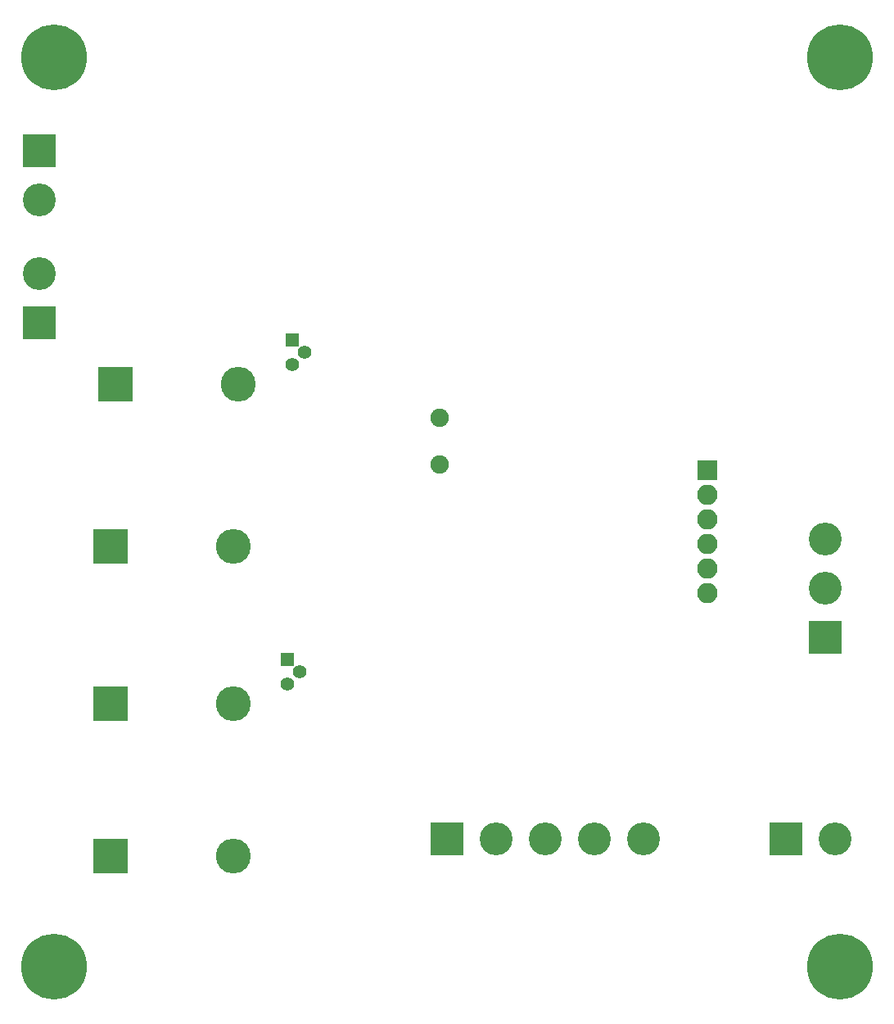
<source format=gbr>
G04 #@! TF.FileFunction,Soldermask,Bot*
%FSLAX46Y46*%
G04 Gerber Fmt 4.6, Leading zero omitted, Abs format (unit mm)*
G04 Created by KiCad (PCBNEW 4.0.6) date 07/04/17 16:47:20*
%MOMM*%
%LPD*%
G01*
G04 APERTURE LIST*
%ADD10C,0.100000*%
%ADD11C,3.400000*%
%ADD12R,3.400000X3.400000*%
%ADD13R,3.600000X3.600000*%
%ADD14O,3.600000X3.600000*%
%ADD15R,2.100000X2.100000*%
%ADD16O,2.100000X2.100000*%
%ADD17C,1.400000*%
%ADD18R,1.400000X1.400000*%
%ADD19C,1.900000*%
%ADD20C,6.800000*%
G04 APERTURE END LIST*
D10*
D11*
X86360000Y-101092000D03*
X91440000Y-101092000D03*
D12*
X81280000Y-101092000D03*
D11*
X96520000Y-101092000D03*
X101600000Y-101092000D03*
D13*
X46482000Y-102870000D03*
D14*
X59182000Y-102870000D03*
D13*
X46482000Y-87122000D03*
D14*
X59182000Y-87122000D03*
D13*
X46482000Y-70866000D03*
D14*
X59182000Y-70866000D03*
D13*
X46990000Y-54102000D03*
D14*
X59690000Y-54102000D03*
D12*
X39116000Y-47752000D03*
D11*
X39116000Y-42672000D03*
D12*
X39116000Y-29972000D03*
D11*
X39116000Y-35052000D03*
D15*
X108204000Y-62992000D03*
D16*
X108204000Y-65532000D03*
X108204000Y-68072000D03*
X108204000Y-70612000D03*
X108204000Y-73152000D03*
X108204000Y-75692000D03*
D12*
X116332000Y-101092000D03*
D11*
X121412000Y-101092000D03*
D12*
X120396000Y-80264000D03*
D11*
X120396000Y-75184000D03*
X120396000Y-70104000D03*
D17*
X66040000Y-83820000D03*
X64770000Y-85090000D03*
D18*
X64770000Y-82550000D03*
D17*
X66548000Y-50800000D03*
X65278000Y-52070000D03*
D18*
X65278000Y-49530000D03*
D19*
X80518000Y-57531000D03*
X80518000Y-62411000D03*
D20*
X40640000Y-20320000D03*
X121920000Y-20320000D03*
X121920000Y-114300000D03*
X40640000Y-114300000D03*
M02*

</source>
